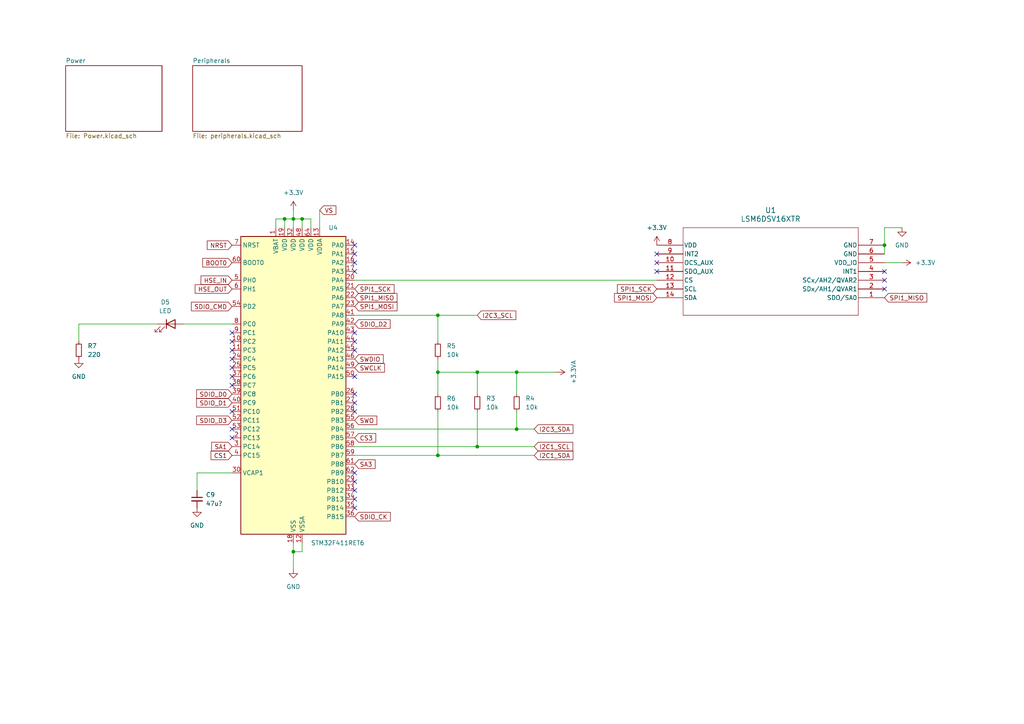
<source format=kicad_sch>
(kicad_sch (version 20230121) (generator eeschema)
  (paper "A4")
  (title_block (title "STM32F411 Motion Tracker") (date "2024-01-11") (rev "Rev. 1") (company "Alberta Bionix"))
  (lib_symbols
    (symbol "Device:C_Small" (pin_numbers hide) (pin_names (offset 0.254) hide)
      (property "Reference" "C" (at 0.254 1.778 0))
      (property "Value" "C_Small" (at 0.254 -2.032 0))
      (symbol "C_Small_0_1"
        (polyline (pts (xy -1.524 -0.508) (xy 1.524 -0.508)) (stroke (width 0.3302)))
        (polyline (pts (xy -1.524 0.508) (xy 1.524 0.508)) (stroke (width 0.3048)))
      )
      (symbol "C_Small_1_1"
        (pin passive line (at 0 2.54 270) (length 2.032) (name "~") (number "1"))
        (pin passive line (at 0 -2.54 90) (length 2.032) (name "~") (number "2"))
      )
    )
    (symbol "Device:LED" (pin_numbers hide) (pin_names (offset 1.016) hide)
      (property "Reference" "D" (at 0 2.54 0))
      (property "Value" "LED" (at 0 -2.54 0))
      (symbol "LED_0_1"
        (polyline (pts (xy -1.27 -1.27) (xy -1.27 1.27)) (stroke (width 0.254)))
        (polyline (pts (xy -1.27 0) (xy 1.27 0)))
        (polyline (pts (xy 1.27 -1.27) (xy 1.27 1.27) (xy -1.27 0) (xy 1.27 -1.27)) (stroke (width 0.254)))
        (polyline (pts (xy -3.048 -0.762) (xy -4.572 -2.286) (xy -3.81 -2.286) (xy -4.572 -2.286) (xy -4.572 -1.524)))
        (polyline (pts (xy -1.778 -0.762) (xy -3.302 -2.286) (xy -2.54 -2.286) (xy -3.302 -2.286) (xy -3.302 -1.524)))
      )
      (symbol "LED_1_1"
        (pin passive line (at -3.81 0 0) (length 2.54) (name "K") (number "1"))
        (pin passive line (at 3.81 0 180) (length 2.54) (name "A") (number "2"))
      )
    )
    (symbol "Device:R_Small" (pin_numbers hide) (pin_names (offset 0.254) hide)
      (property "Reference" "R" (at 0.762 0.508 0))
      (property "Value" "R_Small" (at 0.762 -1.016 0))
      (symbol "R_Small_0_1"
        (rectangle (start -0.762 1.778) (end 0.762 -1.778) (stroke (width 0.2032)))
      )
      (symbol "R_Small_1_1"
        (pin passive line (at 0 2.54 270) (length 0.762) (name "~") (number "1"))
        (pin passive line (at 0 -2.54 90) (length 0.762) (name "~") (number "2"))
      )
    )
    (symbol "MCU_ST_STM32F4:STM32F411RETx"
      (property "Reference" "U" (at -15.24 44.45 0))
      (property "Value" "STM32F411RETx" (at 10.16 44.45 0))
      (symbol "STM32F411RETx_0_1"
        (rectangle (start -15.24 -43.18) (end 15.24 43.18) (stroke (width 0.254)) (fill (type background)))
      )
      (symbol "STM32F411RETx_1_1"
        (pin power_in line (at -5.08 45.72 270) (length 2.54) (name "VBAT") (number "1"))
        (pin bidirectional line (at -17.78 12.7 0) (length 2.54) (name "PC2") (number "10"))
        (pin bidirectional line (at -17.78 10.16 0) (length 2.54) (name "PC3") (number "11"))
        (pin power_in line (at 2.54 -45.72 90) (length 2.54) (name "VSSA") (number "12"))
        (pin power_in line (at 7.62 45.72 270) (length 2.54) (name "VDDA") (number "13"))
        (pin bidirectional line (at 17.78 40.64 180) (length 2.54) (name "PA0") (number "14"))
        (pin bidirectional line (at 17.78 38.1 180) (length 2.54) (name "PA1") (number "15"))
        (pin bidirectional line (at 17.78 35.56 180) (length 2.54) (name "PA2") (number "16"))
        (pin bidirectional line (at 17.78 33.02 180) (length 2.54) (name "PA3") (number "17"))
        (pin power_in line (at 0 -45.72 90) (length 2.54) (name "VSS") (number "18"))
        (pin power_in line (at -2.54 45.72 270) (length 2.54) (name "VDD") (number "19"))
        (pin bidirectional line (at -17.78 -15.24 0) (length 2.54) (name "PC13") (number "2"))
        (pin bidirectional line (at 17.78 30.48 180) (length 2.54) (name "PA4") (number "20"))
        (pin bidirectional line (at 17.78 27.94 180) (length 2.54) (name "PA5") (number "21"))
        (pin bidirectional line (at 17.78 25.4 180) (length 2.54) (name "PA6") (number "22"))
        (pin bidirectional line (at 17.78 22.86 180) (length 2.54) (name "PA7") (number "23"))
        (pin bidirectional line (at -17.78 7.62 0) (length 2.54) (name "PC4") (number "24"))
        (pin bidirectional line (at -17.78 5.08 0) (length 2.54) (name "PC5") (number "25"))
        (pin bidirectional line (at 17.78 -2.54 180) (length 2.54) (name "PB0") (number "26"))
        (pin bidirectional line (at 17.78 -5.08 180) (length 2.54) (name "PB1") (number "27"))
        (pin bidirectional line (at 17.78 -7.62 180) (length 2.54) (name "PB2") (number "28"))
        (pin bidirectional line (at 17.78 -27.94 180) (length 2.54) (name "PB10") (number "29"))
        (pin bidirectional line (at -17.78 -17.78 0) (length 2.54) (name "PC14") (number "3"))
        (pin power_out line (at -17.78 -25.4 0) (length 2.54) (name "VCAP1") (number "30"))
        (pin passive line (at 0 -45.72 90) (length 2.54) hide (name "VSS") (number "31"))
        (pin power_in line (at 0 45.72 270) (length 2.54) (name "VDD") (number "32"))
        (pin bidirectional line (at 17.78 -30.48 180) (length 2.54) (name "PB12") (number "33"))
        (pin bidirectional line (at 17.78 -33.02 180) (length 2.54) (name "PB13") (number "34"))
        (pin bidirectional line (at 17.78 -35.56 180) (length 2.54) (name "PB14") (number "35"))
        (pin bidirectional line (at 17.78 -38.1 180) (length 2.54) (name "PB15") (number "36"))
        (pin bidirectional line (at -17.78 2.54 0) (length 2.54) (name "PC6") (number "37"))
        (pin bidirectional line (at -17.78 0 0) (length 2.54) (name "PC7") (number "38"))
        (pin bidirectional line (at -17.78 -2.54 0) (length 2.54) (name "PC8") (number "39"))
        (pin bidirectional line (at -17.78 -20.32 0) (length 2.54) (name "PC15") (number "4"))
        (pin bidirectional line (at -17.78 -5.08 0) (length 2.54) (name "PC9") (number "40"))
        (pin bidirectional line (at 17.78 20.32 180) (length 2.54) (name "PA8") (number "41"))
        (pin bidirectional line (at 17.78 17.78 180) (length 2.54) (name "PA9") (number "42"))
        (pin bidirectional line (at 17.78 15.24 180) (length 2.54) (name "PA10") (number "43"))
        (pin bidirectional line (at 17.78 12.7 180) (length 2.54) (name "PA11") (number "44"))
        (pin bidirectional line (at 17.78 10.16 180) (length 2.54) (name "PA12") (number "45"))
        (pin bidirectional line (at 17.78 7.62 180) (length 2.54) (name "PA13") (number "46"))
        (pin passive line (at 0 -45.72 90) (length 2.54) hide (name "VSS") (number "47"))
        (pin power_in line (at 2.54 45.72 270) (length 2.54) (name "VDD") (number "48"))
        (pin bidirectional line (at 17.78 5.08 180) (length 2.54) (name "PA14") (number "49"))
        (pin bidirectional line (at -17.78 30.48 0) (length 2.54) (name "PH0") (number "5"))
        (pin bidirectional line (at 17.78 2.54 180) (length 2.54) (name "PA15") (number "50"))
        (pin bidirectional line (at -17.78 -7.62 0) (length 2.54) (name "PC10") (number "51"))
        (pin bidirectional line (at -17.78 -10.16 0) (length 2.54) (name "PC11") (number "52"))
        (pin bidirectional line (at -17.78 -12.7 0) (length 2.54) (name "PC12") (number "53"))
        (pin bidirectional line (at -17.78 22.86 0) (length 2.54) (name "PD2") (number "54"))
        (pin bidirectional line (at 17.78 -10.16 180) (length 2.54) (name "PB3") (number "55"))
        (pin bidirectional line (at 17.78 -12.7 180) (length 2.54) (name "PB4") (number "56"))
        (pin bidirectional line (at 17.78 -15.24 180) (length 2.54) (name "PB5") (number "57"))
        (pin bidirectional line (at 17.78 -17.78 180) (length 2.54) (name "PB6") (number "58"))
        (pin bidirectional line (at 17.78 -20.32 180) (length 2.54) (name "PB7") (number "59"))
        (pin bidirectional line (at -17.78 27.94 0) (length 2.54) (name "PH1") (number "6"))
        (pin input line (at -17.78 35.56 0) (length 2.54) (name "BOOT0") (number "60"))
        (pin bidirectional line (at 17.78 -22.86 180) (length 2.54) (name "PB8") (number "61"))
        (pin bidirectional line (at 17.78 -25.4 180) (length 2.54) (name "PB9") (number "62"))
        (pin passive line (at 0 -45.72 90) (length 2.54) hide (name "VSS") (number "63"))
        (pin power_in line (at 5.08 45.72 270) (length 2.54) (name "VDD") (number "64"))
        (pin input line (at -17.78 40.64 0) (length 2.54) (name "NRST") (number "7"))
        (pin bidirectional line (at -17.78 17.78 0) (length 2.54) (name "PC0") (number "8"))
        (pin bidirectional line (at -17.78 15.24 0) (length 2.54) (name "PC1") (number "9"))
      )
    )
    (symbol "imu:LSM6DSV16XTR" (pin_names (offset 0.254))
      (property "Reference" "U" (at 33.02 10.16 0))
      (property "Value" "LSM6DSV16XTR" (at 33.02 7.62 0))
      (symbol "LSM6DSV16XTR_0_1"
        (polyline (pts (xy 7.62 -20.32) (xy 58.42 -20.32)) (stroke (width 0.127)))
        (polyline (pts (xy 7.62 5.08) (xy 7.62 -20.32)) (stroke (width 0.127)))
        (polyline (pts (xy 58.42 -20.32) (xy 58.42 5.08)) (stroke (width 0.127)))
        (polyline (pts (xy 58.42 5.08) (xy 7.62 5.08)) (stroke (width 0.127)))
        (pin unspecified line (at 0 0 0) (length 7.62) (name "SDO/SA0") (number "1"))
        (pin unspecified line (at 66.04 -10.16 180) (length 7.62) (name "OCS_AUX") (number "10"))
        (pin unspecified line (at 66.04 -7.62 180) (length 7.62) (name "SDO_AUX") (number "11"))
        (pin unspecified line (at 66.04 -5.08 180) (length 7.62) (name "CS") (number "12"))
        (pin unspecified line (at 66.04 -2.54 180) (length 7.62) (name "SCL") (number "13"))
        (pin unspecified line (at 66.04 0 180) (length 7.62) (name "SDA") (number "14"))
        (pin unspecified line (at 0 -2.54 0) (length 7.62) (name "SDx/AH1/QVAR1") (number "2"))
        (pin unspecified line (at 0 -5.08 0) (length 7.62) (name "SCx/AH2/QVAR2") (number "3"))
        (pin input line (at 0 -7.62 0) (length 7.62) (name "INT1") (number "4"))
        (pin power_in line (at 0 -10.16 0) (length 7.62) (name "VDD_IO") (number "5"))
        (pin power_out line (at 0 -12.7 0) (length 7.62) (name "GND") (number "6"))
        (pin power_out line (at 0 -15.24 0) (length 7.62) (name "GND") (number "7"))
        (pin power_in line (at 66.04 -15.24 180) (length 7.62) (name "VDD") (number "8"))
        (pin input line (at 66.04 -12.7 180) (length 7.62) (name "INT2") (number "9"))
      )
    )
    (symbol "power:+3.3V" (power) (pin_names (offset 0))
      (property "Value" "+3.3V" (at 0 3.556 0))
      (symbol "+3.3V_0_1"
        (polyline (pts (xy -0.762 1.27) (xy 0 2.54)))
        (polyline (pts (xy 0 0) (xy 0 2.54)))
        (polyline (pts (xy 0 2.54) (xy 0.762 1.27)))
      )
      (symbol "+3.3V_1_1"
        (pin power_in line (at 0 0 90) (length 0) hide (name "+3.3V") (number "1"))
      )
    )
    (symbol "power:+3.3VA" (power) (pin_names (offset 0))
      (property "Value" "+3.3VA" (at 0 3.556 0))
      (symbol "+3.3VA_0_1"
        (polyline (pts (xy -0.762 1.27) (xy 0 2.54)))
        (polyline (pts (xy 0 0) (xy 0 2.54)))
        (polyline (pts (xy 0 2.54) (xy 0.762 1.27)))
      )
      (symbol "+3.3VA_1_1"
        (pin power_in line (at 0 0 90) (length 0) hide (name "+3.3VA") (number "1"))
      )
    )
    (symbol "power:GND" (power) (pin_names (offset 0))
      (property "Value" "GND" (at 0 -3.81 0))
      (symbol "GND_0_1"
        (polyline (pts (xy 0 0) (xy 0 -1.27) (xy 1.27 -1.27) (xy 0 -2.54) (xy -1.27 -1.27) (xy 0 -1.27)))
      )
      (symbol "GND_1_1"
        (pin power_in line (at 0 0 270) (length 0) hide (name "GND") (number "1"))
      )
    )
  )
  (junction (at 85.09 63.5))
  (junction (at 85.09 160.02))
  (junction (at 138.43 129.54))
  (junction (at 82.55 63.5))
  (junction (at 256.54 71.12))
  (junction (at 127 132.08))
  (junction (at 127 107.95))
  (junction (at 149.86 124.46))
  (junction (at 87.63 63.5))
  (junction (at 149.86 107.95))
  (junction (at 127 91.44))
  (junction (at 138.43 107.95))
  (no_connect (at 102.87 139.7))
  (no_connect (at 102.87 71.12))
  (no_connect (at 102.87 116.84))
  (no_connect (at 102.87 76.2))
  (no_connect (at 102.87 99.06))
  (no_connect (at 102.87 114.3))
  (no_connect (at 102.87 137.16))
  (no_connect (at 256.54 81.28))
  (no_connect (at 102.87 96.52))
  (no_connect (at 256.54 83.82))
  (no_connect (at 67.31 109.22))
  (no_connect (at 67.31 104.14))
  (no_connect (at 190.5 76.2))
  (no_connect (at 102.87 147.32))
  (no_connect (at 102.87 78.74))
  (no_connect (at 67.31 124.46))
  (no_connect (at 67.31 96.52))
  (no_connect (at 67.31 106.68))
  (no_connect (at 67.31 111.76))
  (no_connect (at 67.31 127))
  (no_connect (at 190.5 73.66))
  (no_connect (at 102.87 73.66))
  (no_connect (at 102.87 101.6))
  (no_connect (at 67.31 119.38))
  (no_connect (at 190.5 78.74))
  (no_connect (at 102.87 144.78))
  (no_connect (at 256.54 78.74))
  (no_connect (at 102.87 119.38))
  (no_connect (at 67.31 99.06))
  (no_connect (at 67.31 101.6))
  (no_connect (at 102.87 142.24))
  (no_connect (at 102.87 109.22))
  (wire (pts (xy 85.09 63.5) (xy 85.09 66.04)))
  (wire (pts (xy 87.63 63.5) (xy 90.17 63.5)))
  (wire (pts (xy 127 107.95) (xy 138.43 107.95)))
  (wire (pts (xy 138.43 119.38) (xy 138.43 129.54)))
  (wire (pts (xy 102.87 81.28) (xy 190.5 81.28)))
  (wire (pts (xy 90.17 63.5) (xy 90.17 66.04)))
  (wire (pts (xy 149.86 119.38) (xy 149.86 124.46)))
  (wire (pts (xy 22.86 93.98) (xy 22.86 99.06)))
  (wire (pts (xy 45.72 93.98) (xy 22.86 93.98)))
  (wire (pts (xy 102.87 124.46) (xy 149.86 124.46)))
  (wire (pts (xy 82.55 63.5) (xy 82.55 66.04)))
  (wire (pts (xy 53.34 93.98) (xy 67.31 93.98)))
  (wire (pts (xy 261.62 66.04) (xy 256.54 66.04)))
  (wire (pts (xy 256.54 66.04) (xy 256.54 71.12)))
  (wire (pts (xy 80.01 63.5) (xy 80.01 66.04)))
  (wire (pts (xy 85.09 157.48) (xy 85.09 160.02)))
  (wire (pts (xy 138.43 107.95) (xy 149.86 107.95)))
  (wire (pts (xy 149.86 124.46) (xy 154.94 124.46)))
  (wire (pts (xy 127 107.95) (xy 127 114.3)))
  (wire (pts (xy 57.15 137.16) (xy 67.31 137.16)))
  (wire (pts (xy 85.09 60.96) (xy 85.09 63.5)))
  (wire (pts (xy 149.86 107.95) (xy 149.86 114.3)))
  (wire (pts (xy 85.09 160.02) (xy 85.09 165.1)))
  (wire (pts (xy 127 104.14) (xy 127 107.95)))
  (wire (pts (xy 102.87 91.44) (xy 127 91.44)))
  (wire (pts (xy 127 119.38) (xy 127 132.08)))
  (wire (pts (xy 154.94 132.08) (xy 127 132.08)))
  (wire (pts (xy 127 91.44) (xy 127 99.06)))
  (wire (pts (xy 138.43 107.95) (xy 138.43 114.3)))
  (wire (pts (xy 256.54 76.2) (xy 261.62 76.2)))
  (wire (pts (xy 138.43 129.54) (xy 102.87 129.54)))
  (wire (pts (xy 87.63 157.48) (xy 87.63 160.02)))
  (wire (pts (xy 154.94 129.54) (xy 138.43 129.54)))
  (wire (pts (xy 127 91.44) (xy 138.43 91.44)))
  (wire (pts (xy 256.54 71.12) (xy 256.54 73.66)))
  (wire (pts (xy 127 132.08) (xy 102.87 132.08)))
  (wire (pts (xy 57.15 142.24) (xy 57.15 137.16)))
  (wire (pts (xy 87.63 63.5) (xy 87.63 66.04)))
  (wire (pts (xy 85.09 63.5) (xy 87.63 63.5)))
  (wire (pts (xy 92.71 60.96) (xy 92.71 66.04)))
  (wire (pts (xy 87.63 160.02) (xy 85.09 160.02)))
  (wire (pts (xy 82.55 63.5) (xy 85.09 63.5)))
  (wire (pts (xy 149.86 107.95) (xy 161.29 107.95)))
  (wire (pts (xy 80.01 63.5) (xy 82.55 63.5)))
  (global_label "SDIO_D2" (shape input) (at 102.87 93.98 0) (property "Intersheetrefs" "${INTERSHEET_REFS}" (effects hide)))
  (global_label "SA3" (shape input) (at 102.87 134.62 0) (property "Intersheetrefs" "${INTERSHEET_REFS}" (effects hide)))
  (global_label "SPI1_SCK" (shape input) (at 190.5 83.82 180) (property "Intersheetrefs" "${INTERSHEET_REFS}" (effects hide)))
  (global_label "SPI1_SCK" (shape input) (at 102.87 83.82 0) (property "Intersheetrefs" "${INTERSHEET_REFS}" (effects hide)))
  (global_label "SWCLK" (shape input) (at 102.87 106.68 0) (property "Intersheetrefs" "${INTERSHEET_REFS}" (effects hide)))
  (global_label "SPI1_MISO" (shape input) (at 256.54 86.36 0) (property "Intersheetrefs" "${INTERSHEET_REFS}" (effects hide)))
  (global_label "VS" (shape input) (at 92.71 60.96 0) (property "Intersheetrefs" "${INTERSHEET_REFS}" (effects hide)))
  (global_label "NRST" (shape input) (at 67.31 71.12 180) (property "Intersheetrefs" "${INTERSHEET_REFS}" (effects hide)))
  (global_label "SPI1_MOSI" (shape input) (at 190.5 86.36 180) (property "Intersheetrefs" "${INTERSHEET_REFS}" (effects hide)))
  (global_label "I2C1_SDA" (shape input) (at 154.94 132.08 0) (property "Intersheetrefs" "${INTERSHEET_REFS}" (effects hide)))
  (global_label "SPI1_MISO" (shape input) (at 102.87 86.36 0) (property "Intersheetrefs" "${INTERSHEET_REFS}" (effects hide)))
  (global_label "SWO" (shape input) (at 102.87 121.92 0) (property "Intersheetrefs" "${INTERSHEET_REFS}" (effects hide)))
  (global_label "SDIO_D1" (shape input) (at 67.31 116.84 180) (property "Intersheetrefs" "${INTERSHEET_REFS}" (effects hide)))
  (global_label "I2C3_SCL" (shape input) (at 138.43 91.44 0) (property "Intersheetrefs" "${INTERSHEET_REFS}" (effects hide)))
  (global_label "CS3" (shape input) (at 102.87 127 0) (property "Intersheetrefs" "${INTERSHEET_REFS}" (effects hide)))
  (global_label "SDIO_D0" (shape input) (at 67.31 114.3 180) (property "Intersheetrefs" "${INTERSHEET_REFS}" (effects hide)))
  (global_label "SDIO_CMD" (shape input) (at 67.31 88.9 180) (property "Intersheetrefs" "${INTERSHEET_REFS}" (effects hide)))
  (global_label "HSE_IN" (shape input) (at 67.31 81.28 180) (property "Intersheetrefs" "${INTERSHEET_REFS}" (effects hide)))
  (global_label "CS1" (shape input) (at 67.31 132.08 180) (property "Intersheetrefs" "${INTERSHEET_REFS}" (effects hide)))
  (global_label "I2C1_SCL" (shape input) (at 154.94 129.54 0) (property "Intersheetrefs" "${INTERSHEET_REFS}" (effects hide)))
  (global_label "SDIO_D3" (shape input) (at 67.31 121.92 180) (property "Intersheetrefs" "${INTERSHEET_REFS}" (effects hide)))
  (global_label "SA1" (shape input) (at 67.31 129.54 180) (property "Intersheetrefs" "${INTERSHEET_REFS}" (effects hide)))
  (global_label "SDIO_CK" (shape input) (at 102.87 149.86 0) (property "Intersheetrefs" "${INTERSHEET_REFS}" (effects hide)))
  (global_label "I2C3_SDA" (shape input) (at 154.94 124.46 0) (property "Intersheetrefs" "${INTERSHEET_REFS}" (effects hide)))
  (global_label "HSE_OUT" (shape input) (at 67.31 83.82 180) (property "Intersheetrefs" "${INTERSHEET_REFS}" (effects hide)))
  (global_label "BOOT0" (shape input) (at 67.31 76.2 180) (property "Intersheetrefs" "${INTERSHEET_REFS}" (effects hide)))
  (global_label "SWDIO" (shape input) (at 102.87 104.14 0) (property "Intersheetrefs" "${INTERSHEET_REFS}" (effects hide)))
  (global_label "SPI1_MOSI" (shape input) (at 102.87 88.9 0) (property "Intersheetrefs" "${INTERSHEET_REFS}" (effects hide)))
  (symbol (lib_id "power:+3.3V") (at 85.09 60.96 0) (unit 1)
    (property "Reference" "#PWR06" (effects hide))
    (property "Value" "+3.3V" (at 85.09 55.88 0))
  )
  (symbol (lib_id "Device:R_Small") (at 127 101.6 0) (unit 1)
    (property "Reference" "R5" (at 129.54 100.33 0) (effects (justify left)))
    (property "Value" "10k" (at 129.54 102.87 0) (effects (justify left)))
    (property "Footprint" "Resistor_SMD:R_0402_1005Metric" (effects hide))
  )
  (symbol (lib_id "Device:C_Small") (at 57.15 144.78 0) (unit 1)
    (property "Reference" "C9" (at 59.69 143.5163 0) (effects (justify left)))
    (property "Value" "47u?" (at 59.69 146.0563 0) (effects (justify left)))
    (property "Footprint" "Capacitor_SMD:C_0402_1005Metric" (effects hide))
  )
  (symbol (lib_id "power:GND") (at 85.09 165.1 0) (unit 1)
    (property "Reference" "#PWR08" (effects hide))
    (property "Value" "GND" (at 85.09 170.18 0))
  )
  (symbol (lib_id "power:GND") (at 261.62 66.04 0) (unit 1)
    (property "Reference" "#PWR013" (effects hide))
    (property "Value" "GND" (at 261.62 71.12 0))
  )
  (symbol (lib_id "MCU_ST_STM32F4:STM32F411RETx") (at 85.09 111.76 0) (unit 1)
    (property "Reference" "U4" (at 95.25 66.04 0) (effects (justify left)))
    (property "Value" "STM32F411RET6" (at 90.17 157.48 0) (effects (justify left)))
    (property "Footprint" "Package_QFP:LQFP-64_10x10mm_P0.5mm" (effects hide))
    (property "Datasheet" "https://www.st.com/resource/en/datasheet/stm32f411re.pdf" (effects hide))
  )
  (symbol (lib_id "Device:LED") (at 49.53 93.98 0) (unit 1)
    (property "Reference" "D5" (at 47.9425 87.63 0))
    (property "Value" "LED" (at 47.9425 90.17 0))
    (property "Footprint" "LED_SMD:LED_0402_1005Metric" (effects hide))
  )
  (symbol (lib_id "imu:LSM6DSV16XTR") (at 256.54 86.36 180) (unit 1)
    (property "Reference" "U1" (at 223.52 60.96 0) (effects (font (size 1.524 1.524))))
    (property "Value" "LSM6DSV16XTR" (at 223.52 63.5 0) (effects (font (size 1.524 1.524))))
    (property "Footprint" "imu:LGA14L_LSM6_STM" (effects hide))
    (property "Datasheet" "LSM6DSV16XTR" (effects hide))
  )
  (symbol (lib_id "power:GND") (at 57.15 147.32 0) (unit 1)
    (property "Reference" "#PWR05" (effects hide))
    (property "Value" "GND" (at 57.15 152.4 0))
  )
  (symbol (lib_id "Device:R_Small") (at 149.86 116.84 0) (unit 1)
    (property "Reference" "R4" (at 152.4 115.57 0) (effects (justify left)))
    (property "Value" "10k" (at 152.4 118.11 0) (effects (justify left)))
    (property "Footprint" "Resistor_SMD:R_0402_1005Metric" (effects hide))
  )
  (symbol (lib_id "power:+3.3V") (at 261.62 76.2 270) (unit 1)
    (property "Reference" "#PWR023" (effects hide))
    (property "Value" "+3.3V" (at 265.43 76.2 90) (effects (justify left)))
  )
  (symbol (lib_id "Device:R_Small") (at 22.86 101.6 0) (unit 1)
    (property "Reference" "R7" (at 25.4 100.33 0) (effects (justify left)))
    (property "Value" "220" (at 25.4 102.87 0) (effects (justify left)))
    (property "Footprint" "Resistor_SMD:R_0402_1005Metric" (effects hide))
  )
  (symbol (lib_id "Device:R_Small") (at 127 116.84 0) (unit 1)
    (property "Reference" "R6" (at 129.54 115.57 0) (effects (justify left)))
    (property "Value" "10k" (at 129.54 118.11 0) (effects (justify left)))
    (property "Footprint" "Resistor_SMD:R_0402_1005Metric" (effects hide))
  )
  (symbol (lib_id "power:+3.3VA") (at 161.29 107.95 270) (unit 1)
    (property "Reference" "#PWR022" (effects hide))
    (property "Value" "+3.3VA" (at 166.37 107.95 0))
  )
  (symbol (lib_id "Device:R_Small") (at 138.43 116.84 0) (unit 1)
    (property "Reference" "R3" (at 140.97 115.57 0) (effects (justify left)))
    (property "Value" "10k" (at 140.97 118.11 0) (effects (justify left)))
    (property "Footprint" "Resistor_SMD:R_0402_1005Metric" (effects hide))
  )
  (symbol (lib_id "power:GND") (at 22.86 104.14 0) (unit 1)
    (property "Reference" "#PWR024" (effects hide))
    (property "Value" "GND" (at 22.86 109.22 0))
  )
  (symbol (lib_id "power:+3.3V") (at 190.5 71.12 0) (unit 1)
    (property "Reference" "#PWR014" (effects hide))
    (property "Value" "+3.3V" (at 190.5 66.04 0))
  )
  (sheet (at 19.05 19.05) (size 27.94 19.05) (stroke (width 0.1524))
    (property "Sheetname" "Power" (at 19.05 18.3384 0) (effects (justify left bottom)))
    (property "Sheetfile" "Power.kicad_sch" (at 19.05 38.6846 0) (effects (justify left top)))
  )
  (sheet (at 55.88 19.05) (size 31.75 19.05) (stroke (width 0.1524))
    (property "Sheetname" "Peripherals" (at 55.88 18.3384 0) (effects (justify left bottom)))
    (property "Sheetfile" "peripherals.kicad_sch" (at 55.88 38.6846 0) (effects (justify left top)))
  )
)
</source>
